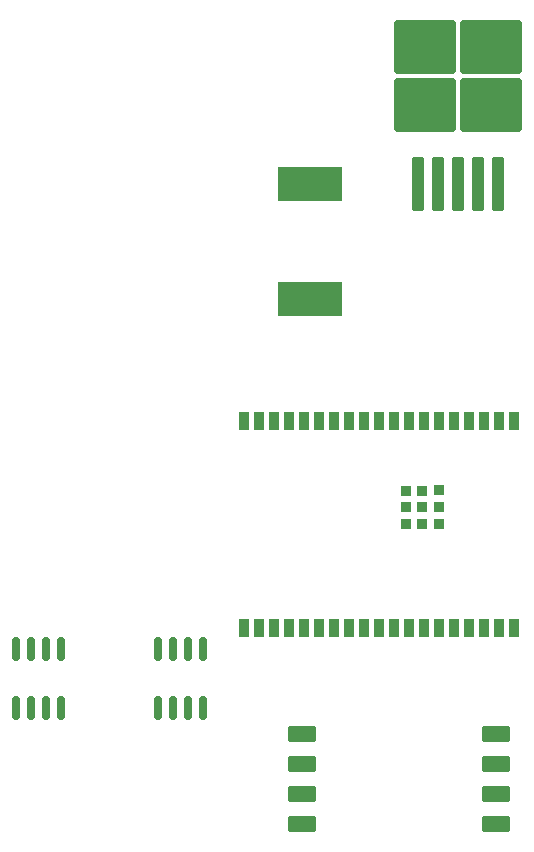
<source format=gbr>
%TF.GenerationSoftware,KiCad,Pcbnew,8.0.8*%
%TF.CreationDate,2025-02-09T13:51:33-05:00*%
%TF.ProjectId,ESPHomeACMonitor,45535048-6f6d-4654-9143-4d6f6e69746f,rev?*%
%TF.SameCoordinates,Original*%
%TF.FileFunction,Paste,Top*%
%TF.FilePolarity,Positive*%
%FSLAX46Y46*%
G04 Gerber Fmt 4.6, Leading zero omitted, Abs format (unit mm)*
G04 Created by KiCad (PCBNEW 8.0.8) date 2025-02-09 13:51:33*
%MOMM*%
%LPD*%
G01*
G04 APERTURE LIST*
G04 Aperture macros list*
%AMRoundRect*
0 Rectangle with rounded corners*
0 $1 Rounding radius*
0 $2 $3 $4 $5 $6 $7 $8 $9 X,Y pos of 4 corners*
0 Add a 4 corners polygon primitive as box body*
4,1,4,$2,$3,$4,$5,$6,$7,$8,$9,$2,$3,0*
0 Add four circle primitives for the rounded corners*
1,1,$1+$1,$2,$3*
1,1,$1+$1,$4,$5*
1,1,$1+$1,$6,$7*
1,1,$1+$1,$8,$9*
0 Add four rect primitives between the rounded corners*
20,1,$1+$1,$2,$3,$4,$5,0*
20,1,$1+$1,$4,$5,$6,$7,0*
20,1,$1+$1,$6,$7,$8,$9,0*
20,1,$1+$1,$8,$9,$2,$3,0*%
G04 Aperture macros list end*
%ADD10RoundRect,0.150000X0.150000X-0.825000X0.150000X0.825000X-0.150000X0.825000X-0.150000X-0.825000X0*%
%ADD11RoundRect,0.250000X0.950000X0.425000X-0.950000X0.425000X-0.950000X-0.425000X0.950000X-0.425000X0*%
%ADD12R,0.900000X1.500000*%
%ADD13R,0.900000X0.900000*%
%ADD14R,5.400000X2.900000*%
%ADD15RoundRect,0.250000X0.300000X-2.050000X0.300000X2.050000X-0.300000X2.050000X-0.300000X-2.050000X0*%
%ADD16RoundRect,0.250000X2.375000X-2.025000X2.375000X2.025000X-2.375000X2.025000X-2.375000X-2.025000X0*%
G04 APERTURE END LIST*
D10*
%TO.C,U4*%
X33595000Y-82025000D03*
X34865000Y-82025000D03*
X36135000Y-82025000D03*
X37405000Y-82025000D03*
X37405000Y-86975000D03*
X36135000Y-86975000D03*
X34865000Y-86975000D03*
X33595000Y-86975000D03*
%TD*%
%TO.C,U3*%
X45595000Y-82025000D03*
X46865000Y-82025000D03*
X48135000Y-82025000D03*
X49405000Y-82025000D03*
X49405000Y-86975000D03*
X48135000Y-86975000D03*
X46865000Y-86975000D03*
X45595000Y-86975000D03*
%TD*%
D11*
%TO.C,U2*%
X74200000Y-96810000D03*
X74200000Y-94270000D03*
X74200000Y-91730000D03*
X74200000Y-89190000D03*
X57800000Y-89190000D03*
X57800000Y-91730000D03*
X57800000Y-94270000D03*
X57800000Y-96810000D03*
%TD*%
D12*
%TO.C,U1*%
X75755000Y-62750000D03*
X74485000Y-62750000D03*
X73215000Y-62750000D03*
X71945000Y-62750000D03*
X70675000Y-62750000D03*
X69405000Y-62750000D03*
X68135000Y-62750000D03*
X66865000Y-62750000D03*
X65595000Y-62750000D03*
X64325000Y-62750000D03*
X63055000Y-62750000D03*
X61785000Y-62750000D03*
X60515000Y-62750000D03*
X59245000Y-62750000D03*
X57975000Y-62750000D03*
X56705000Y-62750000D03*
X55435000Y-62750000D03*
X54165000Y-62750000D03*
X52895000Y-62750000D03*
X52895000Y-80250000D03*
X54165000Y-80250000D03*
X55435000Y-80250000D03*
X56705000Y-80250000D03*
X57975000Y-80250000D03*
X59245000Y-80250000D03*
X60515000Y-80250000D03*
X61785000Y-80250000D03*
X63055000Y-80250000D03*
X64325000Y-80250000D03*
X65595000Y-80250000D03*
X66865000Y-80250000D03*
X68135000Y-80250000D03*
X69405000Y-80250000D03*
X70675000Y-80250000D03*
X71945000Y-80250000D03*
X73215000Y-80250000D03*
X74485000Y-80250000D03*
X75755000Y-80250000D03*
D13*
X69360000Y-68595000D03*
X67960000Y-68600000D03*
X66560000Y-68600000D03*
X69360000Y-70000000D03*
X67960000Y-70000000D03*
X66560000Y-70000000D03*
X69360000Y-71400000D03*
X67960000Y-71400000D03*
X66560000Y-71400000D03*
%TD*%
D14*
%TO.C,L1*%
X58500000Y-42650000D03*
X58500000Y-52350000D03*
%TD*%
D15*
%TO.C,U5*%
X74400000Y-42650000D03*
X72700000Y-42650000D03*
D16*
X73775000Y-31075000D03*
X68225000Y-31075000D03*
X73775000Y-35925000D03*
X68225000Y-35925000D03*
D15*
X71000000Y-42650000D03*
X69300000Y-42650000D03*
X67600000Y-42650000D03*
%TD*%
M02*

</source>
